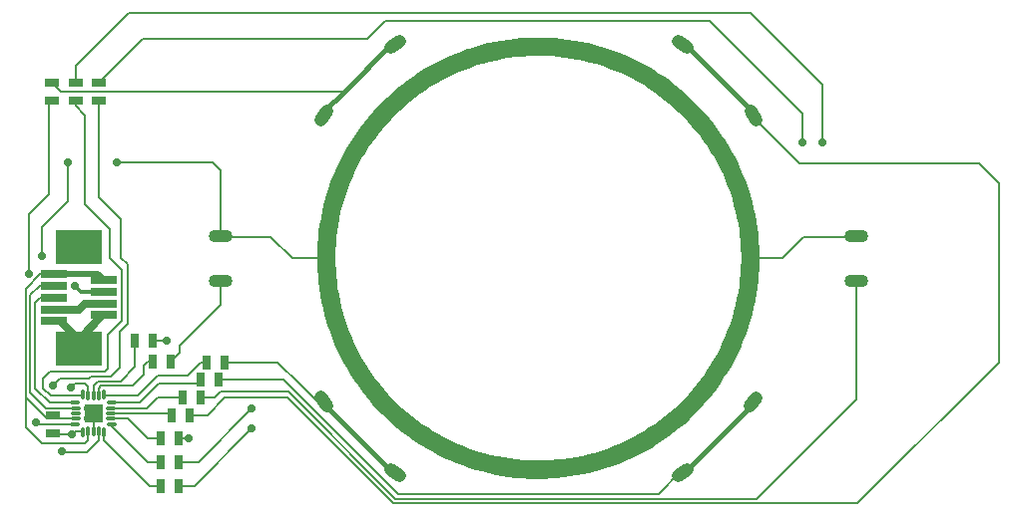
<source format=gbl>
G04 (created by PCBNEW (2013-07-07 BZR 4022)-stable) date 15/02/2015 16:16:24*
%MOIN*%
G04 Gerber Fmt 3.4, Leading zero omitted, Abs format*
%FSLAX34Y34*%
G01*
G70*
G90*
G04 APERTURE LIST*
%ADD10C,0.00590551*%
%ADD11C,0.0001*%
%ADD12C,0.0393701*%
%ADD13R,0.025X0.045*%
%ADD14R,0.045X0.025*%
%ADD15R,0.0866142X0.0275591*%
%ADD16R,0.15748X0.11811*%
%ADD17O,0.0393701X0.0106299*%
%ADD18O,0.0106299X0.0393701*%
%ADD19R,0.0629921X0.0629921*%
%ADD20C,0.0433071*%
%ADD21O,0.0787402X0.0433071*%
%ADD22C,0.0275591*%
%ADD23C,0.00787402*%
%ADD24C,0.019685*%
%ADD25C,0.011811*%
%ADD26C,0.0275591*%
%ADD27C,0.015748*%
G04 APERTURE END LIST*
G54D10*
G54D11*
G36*
X81494Y-58382D02*
X81494Y-58432D01*
X81494Y-58476D01*
X81494Y-58516D01*
X81493Y-58551D01*
X81493Y-58585D01*
X81492Y-58615D01*
X81491Y-58645D01*
X81490Y-58674D01*
X81488Y-58704D01*
X81487Y-58735D01*
X81484Y-58768D01*
X81482Y-58803D01*
X81479Y-58843D01*
X81478Y-58864D01*
X81459Y-59089D01*
X81432Y-59313D01*
X81399Y-59536D01*
X81358Y-59758D01*
X81311Y-59979D01*
X81257Y-60198D01*
X81197Y-60416D01*
X81130Y-60631D01*
X81056Y-60845D01*
X80976Y-61056D01*
X80889Y-61265D01*
X80885Y-61274D01*
X80885Y-58426D01*
X80885Y-58207D01*
X80877Y-57989D01*
X80863Y-57770D01*
X80842Y-57553D01*
X80821Y-57390D01*
X80788Y-57175D01*
X80748Y-56962D01*
X80702Y-56751D01*
X80648Y-56542D01*
X80589Y-56336D01*
X80522Y-56131D01*
X80449Y-55929D01*
X80370Y-55730D01*
X80285Y-55534D01*
X80193Y-55340D01*
X80096Y-55149D01*
X79992Y-54962D01*
X79883Y-54777D01*
X79767Y-54597D01*
X79646Y-54420D01*
X79520Y-54246D01*
X79387Y-54077D01*
X79249Y-53911D01*
X79106Y-53750D01*
X78958Y-53593D01*
X78804Y-53441D01*
X78645Y-53293D01*
X78481Y-53150D01*
X78345Y-53038D01*
X78171Y-52904D01*
X77994Y-52775D01*
X77813Y-52653D01*
X77629Y-52537D01*
X77442Y-52427D01*
X77252Y-52323D01*
X77058Y-52226D01*
X76862Y-52135D01*
X76663Y-52050D01*
X76462Y-51972D01*
X76258Y-51901D01*
X76052Y-51836D01*
X75844Y-51777D01*
X75633Y-51726D01*
X75421Y-51680D01*
X75207Y-51642D01*
X74991Y-51611D01*
X74773Y-51586D01*
X74554Y-51568D01*
X74507Y-51565D01*
X74327Y-51558D01*
X74145Y-51555D01*
X73960Y-51556D01*
X73776Y-51563D01*
X73594Y-51574D01*
X73544Y-51578D01*
X73327Y-51599D01*
X73112Y-51628D01*
X72898Y-51663D01*
X72686Y-51705D01*
X72477Y-51754D01*
X72269Y-51809D01*
X72063Y-51870D01*
X71860Y-51938D01*
X71659Y-52013D01*
X71461Y-52094D01*
X71265Y-52181D01*
X71073Y-52274D01*
X70883Y-52373D01*
X70697Y-52478D01*
X70514Y-52589D01*
X70335Y-52706D01*
X70159Y-52828D01*
X69987Y-52956D01*
X69818Y-53090D01*
X69654Y-53230D01*
X69494Y-53375D01*
X69338Y-53525D01*
X69187Y-53680D01*
X69040Y-53841D01*
X68898Y-54007D01*
X68820Y-54103D01*
X68686Y-54276D01*
X68559Y-54452D01*
X68437Y-54632D01*
X68322Y-54815D01*
X68213Y-55001D01*
X68110Y-55191D01*
X68013Y-55383D01*
X67923Y-55578D01*
X67839Y-55776D01*
X67761Y-55976D01*
X67690Y-56178D01*
X67625Y-56383D01*
X67567Y-56589D01*
X67516Y-56798D01*
X67471Y-57008D01*
X67432Y-57219D01*
X67401Y-57433D01*
X67376Y-57647D01*
X67358Y-57862D01*
X67346Y-58079D01*
X67342Y-58296D01*
X67345Y-58514D01*
X67354Y-58733D01*
X67366Y-58896D01*
X67388Y-59114D01*
X67416Y-59330D01*
X67452Y-59545D01*
X67494Y-59758D01*
X67543Y-59970D01*
X67599Y-60179D01*
X67661Y-60386D01*
X67730Y-60591D01*
X67806Y-60794D01*
X67888Y-60994D01*
X67977Y-61192D01*
X68071Y-61386D01*
X68173Y-61578D01*
X68280Y-61767D01*
X68394Y-61953D01*
X68514Y-62135D01*
X68640Y-62314D01*
X68693Y-62385D01*
X68826Y-62557D01*
X68964Y-62724D01*
X69108Y-62887D01*
X69256Y-63044D01*
X69409Y-63197D01*
X69567Y-63344D01*
X69729Y-63486D01*
X69895Y-63623D01*
X70065Y-63755D01*
X70240Y-63881D01*
X70418Y-64001D01*
X70600Y-64116D01*
X70785Y-64224D01*
X70974Y-64327D01*
X71166Y-64424D01*
X71361Y-64515D01*
X71558Y-64599D01*
X71759Y-64677D01*
X71962Y-64749D01*
X72168Y-64814D01*
X72333Y-64861D01*
X72542Y-64914D01*
X72753Y-64961D01*
X72965Y-65000D01*
X73178Y-65033D01*
X73391Y-65060D01*
X73605Y-65079D01*
X73819Y-65092D01*
X74033Y-65097D01*
X74245Y-65096D01*
X74289Y-65095D01*
X74507Y-65086D01*
X74722Y-65070D01*
X74935Y-65048D01*
X75145Y-65020D01*
X75353Y-64985D01*
X75559Y-64943D01*
X75764Y-64895D01*
X75968Y-64841D01*
X76171Y-64779D01*
X76263Y-64750D01*
X76468Y-64678D01*
X76669Y-64599D01*
X76868Y-64514D01*
X77064Y-64423D01*
X77257Y-64326D01*
X77446Y-64223D01*
X77632Y-64114D01*
X77814Y-63999D01*
X77992Y-63878D01*
X78167Y-63752D01*
X78337Y-63620D01*
X78504Y-63483D01*
X78665Y-63340D01*
X78823Y-63193D01*
X78976Y-63040D01*
X79124Y-62883D01*
X79267Y-62721D01*
X79405Y-62553D01*
X79537Y-62382D01*
X79665Y-62206D01*
X79749Y-62082D01*
X79868Y-61898D01*
X79981Y-61710D01*
X80087Y-61519D01*
X80187Y-61325D01*
X80280Y-61129D01*
X80367Y-60930D01*
X80447Y-60728D01*
X80521Y-60524D01*
X80588Y-60318D01*
X80648Y-60109D01*
X80702Y-59899D01*
X80749Y-59686D01*
X80789Y-59471D01*
X80822Y-59254D01*
X80844Y-59078D01*
X80865Y-58862D01*
X80878Y-58644D01*
X80885Y-58426D01*
X80885Y-61274D01*
X80796Y-61471D01*
X80696Y-61674D01*
X80590Y-61874D01*
X80551Y-61944D01*
X80437Y-62140D01*
X80316Y-62332D01*
X80190Y-62521D01*
X80058Y-62706D01*
X79920Y-62887D01*
X79776Y-63063D01*
X79628Y-63235D01*
X79474Y-63403D01*
X79315Y-63566D01*
X79152Y-63723D01*
X78989Y-63871D01*
X78815Y-64019D01*
X78636Y-64162D01*
X78454Y-64299D01*
X78268Y-64431D01*
X78078Y-64556D01*
X77884Y-64675D01*
X77687Y-64788D01*
X77487Y-64895D01*
X77284Y-64996D01*
X77077Y-65090D01*
X76867Y-65178D01*
X76655Y-65260D01*
X76452Y-65331D01*
X76239Y-65399D01*
X76025Y-65459D01*
X75810Y-65514D01*
X75593Y-65561D01*
X75375Y-65602D01*
X75155Y-65636D01*
X74933Y-65664D01*
X74708Y-65686D01*
X74481Y-65700D01*
X74395Y-65704D01*
X74373Y-65705D01*
X74344Y-65706D01*
X74311Y-65706D01*
X74273Y-65707D01*
X74231Y-65707D01*
X74187Y-65707D01*
X74141Y-65707D01*
X74095Y-65707D01*
X74049Y-65707D01*
X74004Y-65707D01*
X73961Y-65707D01*
X73921Y-65706D01*
X73885Y-65706D01*
X73854Y-65705D01*
X73828Y-65704D01*
X73818Y-65704D01*
X73589Y-65691D01*
X73360Y-65671D01*
X73133Y-65645D01*
X72908Y-65611D01*
X72684Y-65571D01*
X72462Y-65524D01*
X72242Y-65470D01*
X72024Y-65409D01*
X71808Y-65342D01*
X71594Y-65268D01*
X71383Y-65188D01*
X71174Y-65101D01*
X70967Y-65007D01*
X70764Y-64907D01*
X70563Y-64800D01*
X70365Y-64687D01*
X70327Y-64665D01*
X70132Y-64544D01*
X69941Y-64417D01*
X69755Y-64285D01*
X69573Y-64147D01*
X69395Y-64004D01*
X69222Y-63855D01*
X69053Y-63701D01*
X68889Y-63542D01*
X68729Y-63377D01*
X68574Y-63206D01*
X68511Y-63134D01*
X68365Y-62958D01*
X68224Y-62779D01*
X68090Y-62595D01*
X67961Y-62408D01*
X67838Y-62217D01*
X67721Y-62022D01*
X67610Y-61824D01*
X67506Y-61622D01*
X67407Y-61417D01*
X67315Y-61210D01*
X67230Y-60999D01*
X67151Y-60785D01*
X67109Y-60664D01*
X67040Y-60447D01*
X66978Y-60228D01*
X66923Y-60007D01*
X66875Y-59784D01*
X66833Y-59560D01*
X66799Y-59335D01*
X66771Y-59109D01*
X66751Y-58881D01*
X66743Y-58758D01*
X66738Y-58666D01*
X66735Y-58568D01*
X66733Y-58467D01*
X66732Y-58364D01*
X66732Y-58260D01*
X66733Y-58157D01*
X66736Y-58056D01*
X66739Y-57960D01*
X66743Y-57894D01*
X66759Y-57667D01*
X66783Y-57440D01*
X66814Y-57215D01*
X66851Y-56991D01*
X66895Y-56769D01*
X66946Y-56548D01*
X67004Y-56329D01*
X67068Y-56112D01*
X67139Y-55898D01*
X67217Y-55685D01*
X67301Y-55475D01*
X67392Y-55268D01*
X67489Y-55063D01*
X67593Y-54861D01*
X67703Y-54662D01*
X67775Y-54539D01*
X67896Y-54344D01*
X68022Y-54154D01*
X68155Y-53967D01*
X68292Y-53785D01*
X68436Y-53607D01*
X68584Y-53434D01*
X68739Y-53265D01*
X68898Y-53101D01*
X69063Y-52942D01*
X69232Y-52787D01*
X69377Y-52663D01*
X69555Y-52519D01*
X69736Y-52380D01*
X69922Y-52247D01*
X70111Y-52121D01*
X70304Y-52000D01*
X70501Y-51886D01*
X70701Y-51777D01*
X70904Y-51675D01*
X71110Y-51580D01*
X71320Y-51490D01*
X71532Y-51407D01*
X71748Y-51330D01*
X71786Y-51317D01*
X72000Y-51250D01*
X72216Y-51189D01*
X72435Y-51135D01*
X72655Y-51087D01*
X72876Y-51046D01*
X73099Y-51012D01*
X73321Y-50985D01*
X73544Y-50964D01*
X73576Y-50962D01*
X73617Y-50959D01*
X73655Y-50957D01*
X73689Y-50954D01*
X73721Y-50953D01*
X73751Y-50951D01*
X73780Y-50950D01*
X73810Y-50948D01*
X73840Y-50948D01*
X73872Y-50947D01*
X73906Y-50947D01*
X73944Y-50946D01*
X73986Y-50946D01*
X74033Y-50946D01*
X74085Y-50946D01*
X74114Y-50946D01*
X74170Y-50946D01*
X74220Y-50946D01*
X74264Y-50946D01*
X74304Y-50946D01*
X74339Y-50947D01*
X74373Y-50947D01*
X74403Y-50948D01*
X74433Y-50949D01*
X74462Y-50950D01*
X74492Y-50952D01*
X74523Y-50953D01*
X74556Y-50955D01*
X74591Y-50958D01*
X74631Y-50961D01*
X74652Y-50962D01*
X74877Y-50981D01*
X75101Y-51008D01*
X75325Y-51041D01*
X75547Y-51081D01*
X75767Y-51129D01*
X75986Y-51182D01*
X76204Y-51243D01*
X76419Y-51310D01*
X76632Y-51384D01*
X76843Y-51464D01*
X77052Y-51551D01*
X77258Y-51644D01*
X77461Y-51743D01*
X77661Y-51849D01*
X77858Y-51961D01*
X77954Y-52019D01*
X78147Y-52141D01*
X78336Y-52269D01*
X78521Y-52402D01*
X78702Y-52541D01*
X78878Y-52685D01*
X79049Y-52835D01*
X79216Y-52990D01*
X79378Y-53149D01*
X79535Y-53314D01*
X79686Y-53483D01*
X79833Y-53657D01*
X79974Y-53835D01*
X80110Y-54018D01*
X80241Y-54205D01*
X80365Y-54396D01*
X80466Y-54561D01*
X80579Y-54758D01*
X80686Y-54958D01*
X80787Y-55162D01*
X80881Y-55369D01*
X80969Y-55579D01*
X81051Y-55792D01*
X81122Y-55998D01*
X81190Y-56212D01*
X81251Y-56428D01*
X81305Y-56647D01*
X81353Y-56867D01*
X81394Y-57088D01*
X81428Y-57311D01*
X81455Y-57533D01*
X81476Y-57756D01*
X81478Y-57788D01*
X81481Y-57829D01*
X81483Y-57867D01*
X81486Y-57901D01*
X81487Y-57933D01*
X81489Y-57963D01*
X81490Y-57992D01*
X81491Y-58022D01*
X81492Y-58052D01*
X81493Y-58084D01*
X81493Y-58118D01*
X81494Y-58156D01*
X81494Y-58198D01*
X81494Y-58245D01*
X81494Y-58297D01*
X81494Y-58326D01*
X81494Y-58382D01*
X81494Y-58382D01*
X81494Y-58382D01*
G37*
G54D12*
X67007Y-58326D03*
G54D13*
X61511Y-64370D03*
X62111Y-64370D03*
X61511Y-65157D03*
X62111Y-65157D03*
X61511Y-65944D03*
X62111Y-65944D03*
X60644Y-61102D03*
X61244Y-61102D03*
G54D14*
X58661Y-53055D03*
X58661Y-52455D03*
G54D13*
X63449Y-62401D03*
X62849Y-62401D03*
X63646Y-61811D03*
X63046Y-61811D03*
G54D14*
X57874Y-52455D03*
X57874Y-53055D03*
G54D13*
X62465Y-63582D03*
X61865Y-63582D03*
X62819Y-62992D03*
X62219Y-62992D03*
X61835Y-61771D03*
X61235Y-61771D03*
G54D14*
X59448Y-53055D03*
X59448Y-52455D03*
G54D15*
X57933Y-60433D03*
X57933Y-60039D03*
X57933Y-59645D03*
X57933Y-59251D03*
X57933Y-58858D03*
X59586Y-59842D03*
X59586Y-59448D03*
X59586Y-60236D03*
X59586Y-59055D03*
G54D16*
X58759Y-61338D03*
X58759Y-57952D03*
G54D14*
X57893Y-63577D03*
X57893Y-64177D03*
G54D17*
X59872Y-63169D03*
X59842Y-63346D03*
X59842Y-63523D03*
X59842Y-63700D03*
X59872Y-63877D03*
G54D18*
X59606Y-64143D03*
X59429Y-64114D03*
X59251Y-64114D03*
X59074Y-64114D03*
X58897Y-64143D03*
G54D17*
X58631Y-63877D03*
X58661Y-63700D03*
X58661Y-63523D03*
X58661Y-63346D03*
X58631Y-63169D03*
G54D18*
X58897Y-62903D03*
X59074Y-62933D03*
X59251Y-62933D03*
X59429Y-62933D03*
X59606Y-62903D03*
G54D19*
X59251Y-63523D03*
G54D20*
X81182Y-63265D02*
X81380Y-62972D01*
X79942Y-62429D02*
X80140Y-62135D01*
X78757Y-65594D02*
X79051Y-65397D01*
X77924Y-64350D02*
X78219Y-64153D01*
X69176Y-65397D02*
X69471Y-65594D01*
X70009Y-64153D02*
X70303Y-64350D01*
X66846Y-62969D02*
X67043Y-63264D01*
X68089Y-62137D02*
X68287Y-62431D01*
X67043Y-53389D02*
X66846Y-53683D01*
X68287Y-54221D02*
X68089Y-54516D01*
X69471Y-51059D02*
X69176Y-51256D01*
X70303Y-52302D02*
X70009Y-52499D01*
X79051Y-51256D02*
X78757Y-51059D01*
X78219Y-52499D02*
X77924Y-52302D01*
X81381Y-53683D02*
X81184Y-53389D01*
X80138Y-54516D02*
X79941Y-54221D01*
G54D21*
X84744Y-59074D03*
X84744Y-57578D03*
X63484Y-59074D03*
X63484Y-57578D03*
G54D22*
X57322Y-63818D03*
X58641Y-59251D03*
X58503Y-62657D03*
X57106Y-58858D03*
X83602Y-54468D03*
X62440Y-64370D03*
X61692Y-61102D03*
X58759Y-60039D03*
X58405Y-55137D03*
X60019Y-55137D03*
X57539Y-58267D03*
X82933Y-54468D03*
X64547Y-64035D03*
X64547Y-63366D03*
X58523Y-64232D03*
X59074Y-63700D03*
X59429Y-63700D03*
X59074Y-63346D03*
X59251Y-63523D03*
X59429Y-63346D03*
X58208Y-64803D03*
X57913Y-62578D03*
G54D23*
X56988Y-63996D02*
X57519Y-64527D01*
X56988Y-63248D02*
X56988Y-63996D01*
X56988Y-62972D02*
X56988Y-63248D01*
X57519Y-64527D02*
X58976Y-64527D01*
X58976Y-64527D02*
X59074Y-64429D01*
X59074Y-64429D02*
X59074Y-64114D01*
X58661Y-63700D02*
X57716Y-63700D01*
X57716Y-63700D02*
X56988Y-62972D01*
G54D24*
X57933Y-58858D02*
X59389Y-58858D01*
X59389Y-58858D02*
X59586Y-59055D01*
G54D23*
X57933Y-58858D02*
X57480Y-58858D01*
X56988Y-59350D02*
X56988Y-62972D01*
X57480Y-58858D02*
X56988Y-59350D01*
X58661Y-63346D02*
X57677Y-63346D01*
X57677Y-63346D02*
X57145Y-62814D01*
X57933Y-59251D02*
X57460Y-59251D01*
X57145Y-59566D02*
X57145Y-62814D01*
X57460Y-59251D02*
X57145Y-59566D01*
X58661Y-63877D02*
X57381Y-63877D01*
X57381Y-63877D02*
X57322Y-63818D01*
G54D25*
X58838Y-59448D02*
X58641Y-59251D01*
X59586Y-59448D02*
X58838Y-59448D01*
G54D23*
X59074Y-62933D02*
X59074Y-62618D01*
X58641Y-62519D02*
X58503Y-62657D01*
X58976Y-62519D02*
X58641Y-62519D01*
X59074Y-62618D02*
X58976Y-62519D01*
X57106Y-58858D02*
X57106Y-56850D01*
X57106Y-56850D02*
X57775Y-56181D01*
X57775Y-53095D02*
X57775Y-56181D01*
X83602Y-52519D02*
X81200Y-50118D01*
X83602Y-54468D02*
X83602Y-52519D01*
X58661Y-52455D02*
X58661Y-51889D01*
X58661Y-51889D02*
X60433Y-50118D01*
X81200Y-50118D02*
X60433Y-50118D01*
X62111Y-64370D02*
X62440Y-64370D01*
X59842Y-63523D02*
X61806Y-63523D01*
X61806Y-63523D02*
X61865Y-63582D01*
X59842Y-63346D02*
X61043Y-63346D01*
X61043Y-63346D02*
X61397Y-62992D01*
X61397Y-62992D02*
X62219Y-62992D01*
X59842Y-63169D02*
X60787Y-63169D01*
X60787Y-63169D02*
X61437Y-62519D01*
X62731Y-62519D02*
X62849Y-62401D01*
X61437Y-62519D02*
X62731Y-62519D01*
X59606Y-62933D02*
X60728Y-62933D01*
X60728Y-62933D02*
X61417Y-62244D01*
X62834Y-61811D02*
X63046Y-61811D01*
X62401Y-62244D02*
X62834Y-61811D01*
X61417Y-62244D02*
X62401Y-62244D01*
X59429Y-62933D02*
X59429Y-62677D01*
X61082Y-61771D02*
X61235Y-61771D01*
X60925Y-61929D02*
X61082Y-61771D01*
X60925Y-62224D02*
X60925Y-61929D01*
X60551Y-62598D02*
X60925Y-62224D01*
X59507Y-62598D02*
X60551Y-62598D01*
X59429Y-62677D02*
X59507Y-62598D01*
X61692Y-61102D02*
X61244Y-61102D01*
X68155Y-62306D02*
X68487Y-62637D01*
X68487Y-62637D02*
X68562Y-62637D01*
X70134Y-64285D02*
X69744Y-63894D01*
X69744Y-63894D02*
X69744Y-63818D01*
X78093Y-64285D02*
X78366Y-64012D01*
X78366Y-64012D02*
X78366Y-63976D01*
X68155Y-54346D02*
X67908Y-54593D01*
X67908Y-54593D02*
X67908Y-54744D01*
X58405Y-55137D02*
X58405Y-56417D01*
X63484Y-57618D02*
X63484Y-55393D01*
X63228Y-55137D02*
X60019Y-55137D01*
X63484Y-55393D02*
X63228Y-55137D01*
X57539Y-57283D02*
X57539Y-58267D01*
X58405Y-56417D02*
X57539Y-57283D01*
G54D26*
X59586Y-59842D02*
X58956Y-59842D01*
X58759Y-60039D02*
X57933Y-60039D01*
X58956Y-59842D02*
X58759Y-60039D01*
G54D23*
X67007Y-58326D02*
X65885Y-58326D01*
X65885Y-58326D02*
X65177Y-57618D01*
X81181Y-58326D02*
X82263Y-58326D01*
X82972Y-57618D02*
X84744Y-57618D01*
X82263Y-58326D02*
X82972Y-57618D01*
X63425Y-57618D02*
X65177Y-57618D01*
X80319Y-54744D02*
X80319Y-55260D01*
X80319Y-61432D02*
X80319Y-61909D01*
X80807Y-60944D02*
X80319Y-61432D01*
X80807Y-60078D02*
X80807Y-60944D01*
X81181Y-59704D02*
X80807Y-60078D01*
X81181Y-57106D02*
X81181Y-57618D01*
X81181Y-57618D02*
X81181Y-58326D01*
X81181Y-58326D02*
X81181Y-59704D01*
X80846Y-56771D02*
X81181Y-57106D01*
X80846Y-55787D02*
X80846Y-56771D01*
X80319Y-55260D02*
X80846Y-55787D01*
X77696Y-52121D02*
X77790Y-52121D01*
X80319Y-54650D02*
X80319Y-54744D01*
X77790Y-52121D02*
X80319Y-54650D01*
X77696Y-64531D02*
X77810Y-64531D01*
X77810Y-64531D02*
X78366Y-63976D01*
X78366Y-63976D02*
X80319Y-62023D01*
X80319Y-62023D02*
X80319Y-61909D01*
X70531Y-64531D02*
X70949Y-64531D01*
X77465Y-64763D02*
X77696Y-64531D01*
X76535Y-64763D02*
X77465Y-64763D01*
X75964Y-65334D02*
X76535Y-64763D01*
X72519Y-65334D02*
X75964Y-65334D01*
X72145Y-64960D02*
X72519Y-65334D01*
X71377Y-64960D02*
X72145Y-64960D01*
X70949Y-64531D02*
X71377Y-64960D01*
X67908Y-61909D02*
X67908Y-61983D01*
X70457Y-64531D02*
X70531Y-64531D01*
X67908Y-61983D02*
X68562Y-62637D01*
X68562Y-62637D02*
X69744Y-63818D01*
X69744Y-63818D02*
X70457Y-64531D01*
X67007Y-58326D02*
X67007Y-59527D01*
X67908Y-61333D02*
X67908Y-61909D01*
X67421Y-60846D02*
X67908Y-61333D01*
X67421Y-59940D02*
X67421Y-60846D01*
X67007Y-59527D02*
X67421Y-59940D01*
X67908Y-54744D02*
X67775Y-54877D01*
X67204Y-58129D02*
X67007Y-58326D01*
X67204Y-56141D02*
X67204Y-58129D01*
X67775Y-55570D02*
X67204Y-56141D01*
X67775Y-54877D02*
X67775Y-55570D01*
X70531Y-52121D02*
X70034Y-52618D01*
X69803Y-52849D02*
X67908Y-54744D01*
X69803Y-52618D02*
X69803Y-52849D01*
X70034Y-52618D02*
X69803Y-52618D01*
X82933Y-53484D02*
X79842Y-50393D01*
X82933Y-54468D02*
X82933Y-53484D01*
X59448Y-52455D02*
X60910Y-50994D01*
X60910Y-50994D02*
X68395Y-50994D01*
X68395Y-50994D02*
X68996Y-50393D01*
X79842Y-50393D02*
X68996Y-50393D01*
X62111Y-65944D02*
X62637Y-65944D01*
X62637Y-65944D02*
X64547Y-64035D01*
X62111Y-65157D02*
X62755Y-65157D01*
X62755Y-65157D02*
X64547Y-63366D01*
X58661Y-63169D02*
X57795Y-63169D01*
X57795Y-63169D02*
X57303Y-62677D01*
X57933Y-59645D02*
X57480Y-59645D01*
X57303Y-59822D02*
X57303Y-62677D01*
X57480Y-59645D02*
X57303Y-59822D01*
X58523Y-64232D02*
X57948Y-64232D01*
X57948Y-64232D02*
X57893Y-64177D01*
X58641Y-64114D02*
X58523Y-64232D01*
X58897Y-64114D02*
X58641Y-64114D01*
X59074Y-63700D02*
X59251Y-63523D01*
G54D26*
X59586Y-60236D02*
X59566Y-60236D01*
X59566Y-60236D02*
X58759Y-61043D01*
X57933Y-60433D02*
X58149Y-60433D01*
X58149Y-60433D02*
X58759Y-61043D01*
G54D23*
X59429Y-63700D02*
X59251Y-63523D01*
X59074Y-63346D02*
X59251Y-63523D01*
X59429Y-63346D02*
X59251Y-63523D01*
X59251Y-64114D02*
X59251Y-63523D01*
G54D27*
X66978Y-63095D02*
X66978Y-63237D01*
X69203Y-65462D02*
X69345Y-65462D01*
X66978Y-63237D02*
X69203Y-65462D01*
G54D23*
X66171Y-62568D02*
X66697Y-63095D01*
X66697Y-63095D02*
X66978Y-63095D01*
X63646Y-61811D02*
X65413Y-61811D01*
X66171Y-62568D02*
X65413Y-61811D01*
X59251Y-62933D02*
X59251Y-62578D01*
X60629Y-61117D02*
X60644Y-61102D01*
X60629Y-61968D02*
X60629Y-61117D01*
X60157Y-62440D02*
X60629Y-61968D01*
X59389Y-62440D02*
X60157Y-62440D01*
X59251Y-62578D02*
X59389Y-62440D01*
X62819Y-62992D02*
X63307Y-62992D01*
X63503Y-62795D02*
X65767Y-62795D01*
X63307Y-62992D02*
X63503Y-62795D01*
X84744Y-59035D02*
X84744Y-63051D01*
X84744Y-63051D02*
X81417Y-66377D01*
X81417Y-66377D02*
X69350Y-66377D01*
X69350Y-66377D02*
X65767Y-62795D01*
X63484Y-59901D02*
X63484Y-59074D01*
X63484Y-59901D02*
X62125Y-61259D01*
X61835Y-61771D02*
X62125Y-61481D01*
X62125Y-61259D02*
X62125Y-61481D01*
X63385Y-59133D02*
X63484Y-59035D01*
X59606Y-64114D02*
X59606Y-64429D01*
X61122Y-65944D02*
X61511Y-65944D01*
X59606Y-64429D02*
X61122Y-65944D01*
X59045Y-64812D02*
X58218Y-64812D01*
X58218Y-64812D02*
X58208Y-64803D01*
X59448Y-53055D02*
X59448Y-56279D01*
X59448Y-56279D02*
X60177Y-57007D01*
X60177Y-57007D02*
X60177Y-58307D01*
X59173Y-62283D02*
X59114Y-62342D01*
X60393Y-58523D02*
X60177Y-58307D01*
X60393Y-60511D02*
X60393Y-58523D01*
X59173Y-62283D02*
X59822Y-62283D01*
X59822Y-62283D02*
X60118Y-61988D01*
X59429Y-64114D02*
X59429Y-64429D01*
X57913Y-62578D02*
X58149Y-62342D01*
X59429Y-64429D02*
X59045Y-64812D01*
X60118Y-60787D02*
X60118Y-61988D01*
X60393Y-60511D02*
X60118Y-60787D01*
X59114Y-62342D02*
X58149Y-62342D01*
X59842Y-63877D02*
X59842Y-63917D01*
X61082Y-65157D02*
X61511Y-65157D01*
X59842Y-63917D02*
X61082Y-65157D01*
X59842Y-63700D02*
X60413Y-63700D01*
X60413Y-63700D02*
X61082Y-64370D01*
X61082Y-64370D02*
X61511Y-64370D01*
X57874Y-52455D02*
X58174Y-52755D01*
X58174Y-52755D02*
X67618Y-52755D01*
G54D27*
X69345Y-51190D02*
X69183Y-51190D01*
X66978Y-53395D02*
X66978Y-53558D01*
X69183Y-51190D02*
X67618Y-52755D01*
X67618Y-52755D02*
X66978Y-53395D01*
G54D23*
X58897Y-62933D02*
X57834Y-62933D01*
X57834Y-62933D02*
X57578Y-62677D01*
X58661Y-53055D02*
X58661Y-53228D01*
X58976Y-53543D02*
X58976Y-56515D01*
X58661Y-53228D02*
X58976Y-53543D01*
X58976Y-56515D02*
X59803Y-57342D01*
X59744Y-62007D02*
X59744Y-60885D01*
X59744Y-60885D02*
X60196Y-60433D01*
X59635Y-62116D02*
X59744Y-62007D01*
X60196Y-60433D02*
X60196Y-58720D01*
X57805Y-62116D02*
X57578Y-62342D01*
X57578Y-62342D02*
X57578Y-62677D01*
X59635Y-62116D02*
X57805Y-62116D01*
X59803Y-58326D02*
X59803Y-57342D01*
X60196Y-58720D02*
X59803Y-58326D01*
G54D27*
X78882Y-51190D02*
X79044Y-51190D01*
X81250Y-53395D02*
X81250Y-53558D01*
X79044Y-51190D02*
X81250Y-53395D01*
G54D23*
X81250Y-53558D02*
X82833Y-55141D01*
X82833Y-55141D02*
X88823Y-55141D01*
X89488Y-55807D02*
X89488Y-61830D01*
X88823Y-55141D02*
X89488Y-55807D01*
X62465Y-63582D02*
X63051Y-63582D01*
X63051Y-63582D02*
X63641Y-62992D01*
X63641Y-62992D02*
X65728Y-62992D01*
X69271Y-66535D02*
X65728Y-62992D01*
X84783Y-66535D02*
X69271Y-66535D01*
X89488Y-61830D02*
X84783Y-66535D01*
G54D27*
X78882Y-65462D02*
X79044Y-65462D01*
X81248Y-63258D02*
X81248Y-63097D01*
X79044Y-65462D02*
X81248Y-63258D01*
G54D23*
X77559Y-66220D02*
X78124Y-66220D01*
X78124Y-66220D02*
X78882Y-65462D01*
X63449Y-62401D02*
X65610Y-62401D01*
X69429Y-66220D02*
X65610Y-62401D01*
X77559Y-66220D02*
X69429Y-66220D01*
M02*

</source>
